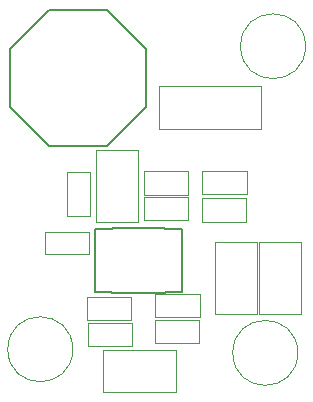
<source format=gbr>
%TF.GenerationSoftware,KiCad,Pcbnew,8.0.1*%
%TF.CreationDate,2024-04-15T14:56:09+02:00*%
%TF.ProjectId,Transmitter prototype,5472616e-736d-4697-9474-65722070726f,rev?*%
%TF.SameCoordinates,Original*%
%TF.FileFunction,Other,User*%
%FSLAX46Y46*%
G04 Gerber Fmt 4.6, Leading zero omitted, Abs format (unit mm)*
G04 Created by KiCad (PCBNEW 8.0.1) date 2024-04-15 14:56:09*
%MOMM*%
%LPD*%
G01*
G04 APERTURE LIST*
%ADD10C,0.050000*%
%ADD11C,0.152400*%
G04 APERTURE END LIST*
D10*
%TO.C,H3*%
X181769200Y-99568000D02*
G75*
G02*
X176269200Y-99568000I-2750000J0D01*
G01*
X176269200Y-99568000D02*
G75*
G02*
X181769200Y-99568000I2750000J0D01*
G01*
%TO.C,C5*%
X169671600Y-96810000D02*
X173431600Y-96810000D01*
X169671600Y-98770000D02*
X169671600Y-96810000D01*
X173431600Y-96810000D02*
X173431600Y-98770000D01*
X173431600Y-98770000D02*
X169671600Y-98770000D01*
%TO.C,C6*%
X163909700Y-94828800D02*
X167669700Y-94828800D01*
X163909700Y-96788800D02*
X163909700Y-94828800D01*
X167669700Y-94828800D02*
X167669700Y-96788800D01*
X167669700Y-96788800D02*
X163909700Y-96788800D01*
%TO.C,C1*%
X162215000Y-84247500D02*
X164175000Y-84247500D01*
X162215000Y-88007500D02*
X162215000Y-84247500D01*
X164175000Y-84247500D02*
X164175000Y-88007500D01*
X164175000Y-88007500D02*
X162215000Y-88007500D01*
%TO.C,J3*%
X169984800Y-76990800D02*
X169984800Y-80590800D01*
X169984800Y-80590800D02*
X178634800Y-80590800D01*
X178634800Y-76990800D02*
X169984800Y-76990800D01*
X178634800Y-80590800D02*
X178634800Y-76990800D01*
%TO.C,J5*%
X174730000Y-90148000D02*
X174730000Y-96298000D01*
X174730000Y-96298000D02*
X178330000Y-96298000D01*
X178330000Y-90148000D02*
X174730000Y-90148000D01*
X178330000Y-96298000D02*
X178330000Y-90148000D01*
%TO.C,J2*%
X165271200Y-99292000D02*
X165271200Y-102892000D01*
X165271200Y-102892000D02*
X171421200Y-102892000D01*
X171421200Y-99292000D02*
X165271200Y-99292000D01*
X171421200Y-102892000D02*
X171421200Y-99292000D01*
%TO.C,C7*%
X164011300Y-97064000D02*
X167771300Y-97064000D01*
X164011300Y-99024000D02*
X164011300Y-97064000D01*
X167771300Y-97064000D02*
X167771300Y-99024000D01*
X167771300Y-99024000D02*
X164011300Y-99024000D01*
D11*
%TO.C,U1*%
X164584901Y-89103600D02*
X166039800Y-89103600D01*
X164584901Y-94411400D02*
X164584901Y-89103600D01*
X164584901Y-94411400D02*
X166039800Y-94411400D01*
X166039800Y-89001600D02*
X170535600Y-89001600D01*
X166039800Y-89103600D02*
X166039800Y-89001600D01*
X166039800Y-94513400D02*
X166039800Y-94411400D01*
X170535600Y-89001600D02*
X170535600Y-89103600D01*
X170535600Y-94411400D02*
X170535600Y-94513400D01*
X170535600Y-94513400D02*
X166039800Y-94513400D01*
X171990499Y-89103600D02*
X170535600Y-89103600D01*
X171990499Y-89103600D02*
X171990499Y-94411400D01*
X171990499Y-94411400D02*
X170535600Y-94411400D01*
%TO.C,J1*%
X157416500Y-78756454D02*
X157416500Y-73846746D01*
X157416500Y-78756454D02*
X160714746Y-82054700D01*
X160714746Y-70548500D02*
X157416500Y-73846746D01*
X160714746Y-70548500D02*
X165624454Y-70548500D01*
X165624454Y-82054700D02*
X160714746Y-82054700D01*
X165624454Y-82054700D02*
X168922700Y-78756454D01*
X168922700Y-73846746D02*
X165624454Y-70548500D01*
X168922700Y-78756454D02*
X168922700Y-73846746D01*
D10*
%TO.C,C4*%
X169693100Y-94574800D02*
X173453100Y-94574800D01*
X169693100Y-96534800D02*
X169693100Y-94574800D01*
X173453100Y-94574800D02*
X173453100Y-96534800D01*
X173453100Y-96534800D02*
X169693100Y-96534800D01*
%TO.C,C9*%
X168757200Y-86345200D02*
X172517200Y-86345200D01*
X168757200Y-88305200D02*
X168757200Y-86345200D01*
X172517200Y-86345200D02*
X172517200Y-88305200D01*
X172517200Y-88305200D02*
X168757200Y-88305200D01*
%TO.C,J6*%
X164671600Y-82365600D02*
X164671600Y-88515600D01*
X164671600Y-88515600D02*
X168271600Y-88515600D01*
X168271600Y-82365600D02*
X164671600Y-82365600D01*
X168271600Y-88515600D02*
X168271600Y-82365600D01*
%TO.C,C3*%
X173684800Y-84160800D02*
X177444800Y-84160800D01*
X173684800Y-86120800D02*
X173684800Y-84160800D01*
X177444800Y-84160800D02*
X177444800Y-86120800D01*
X177444800Y-86120800D02*
X173684800Y-86120800D01*
%TO.C,C8*%
X173663300Y-86497600D02*
X177423300Y-86497600D01*
X173663300Y-88457600D02*
X173663300Y-86497600D01*
X177423300Y-86497600D02*
X177423300Y-88457600D01*
X177423300Y-88457600D02*
X173663300Y-88457600D01*
%TO.C,R1*%
X160370400Y-89321600D02*
X164070400Y-89321600D01*
X160370400Y-91221600D02*
X160370400Y-89321600D01*
X164070400Y-89321600D02*
X164070400Y-91221600D01*
X164070400Y-91221600D02*
X160370400Y-91221600D01*
%TO.C,J4*%
X178489200Y-90148000D02*
X182039200Y-90148000D01*
X178489200Y-96248000D02*
X178489200Y-90148000D01*
X182039200Y-90148000D02*
X182039200Y-96248000D01*
X182039200Y-96248000D02*
X178489200Y-96248000D01*
%TO.C,H2*%
X162719200Y-99263200D02*
G75*
G02*
X157219200Y-99263200I-2750000J0D01*
G01*
X157219200Y-99263200D02*
G75*
G02*
X162719200Y-99263200I2750000J0D01*
G01*
%TO.C,H1*%
X182429600Y-73609200D02*
G75*
G02*
X176929600Y-73609200I-2750000J0D01*
G01*
X176929600Y-73609200D02*
G75*
G02*
X182429600Y-73609200I2750000J0D01*
G01*
%TO.C,C2*%
X168757200Y-84211600D02*
X172517200Y-84211600D01*
X168757200Y-86171600D02*
X168757200Y-84211600D01*
X172517200Y-84211600D02*
X172517200Y-86171600D01*
X172517200Y-86171600D02*
X168757200Y-86171600D01*
%TD*%
M02*

</source>
